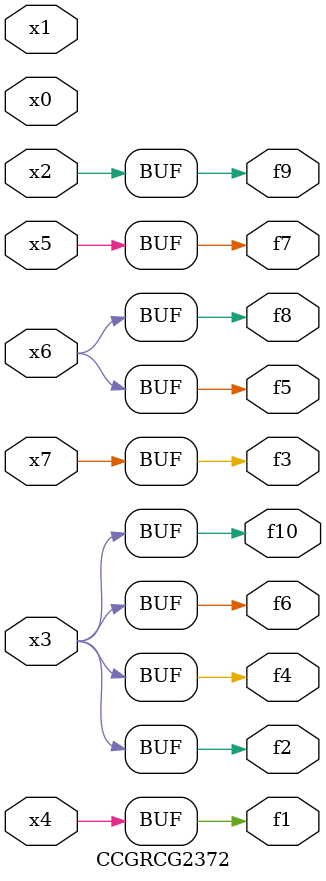
<source format=v>
module CCGRCG2372(
	input x0, x1, x2, x3, x4, x5, x6, x7,
	output f1, f2, f3, f4, f5, f6, f7, f8, f9, f10
);
	assign f1 = x4;
	assign f2 = x3;
	assign f3 = x7;
	assign f4 = x3;
	assign f5 = x6;
	assign f6 = x3;
	assign f7 = x5;
	assign f8 = x6;
	assign f9 = x2;
	assign f10 = x3;
endmodule

</source>
